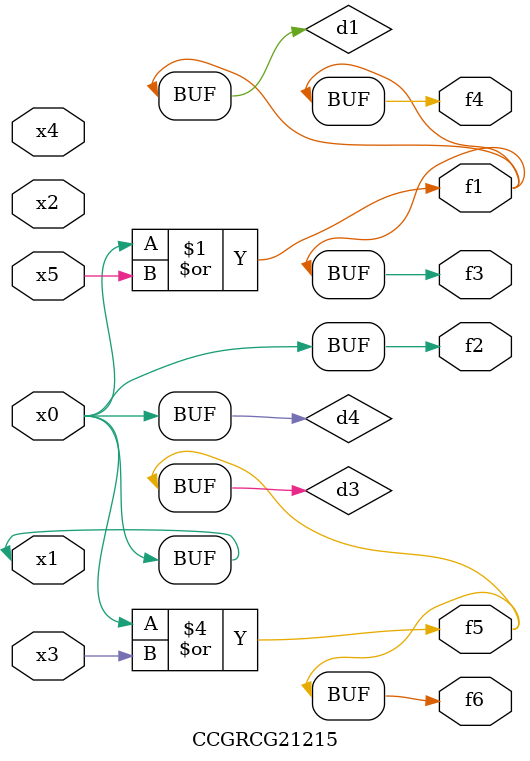
<source format=v>
module CCGRCG21215(
	input x0, x1, x2, x3, x4, x5,
	output f1, f2, f3, f4, f5, f6
);

	wire d1, d2, d3, d4;

	or (d1, x0, x5);
	xnor (d2, x1, x4);
	or (d3, x0, x3);
	buf (d4, x0, x1);
	assign f1 = d1;
	assign f2 = d4;
	assign f3 = d1;
	assign f4 = d1;
	assign f5 = d3;
	assign f6 = d3;
endmodule

</source>
